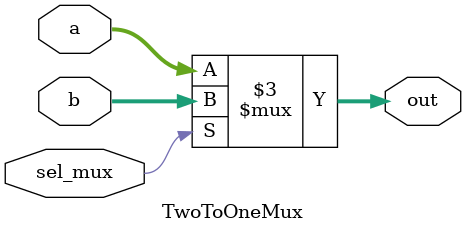
<source format=sv>
`timescale 1ns / 1ps


module TwoToOneMux(
input logic [15:0] a, b,
input logic sel_mux,
output logic [15:0] out
    );
    always_comb
        if (sel_mux)
            out = b;
        else
            out = a;
endmodule

</source>
